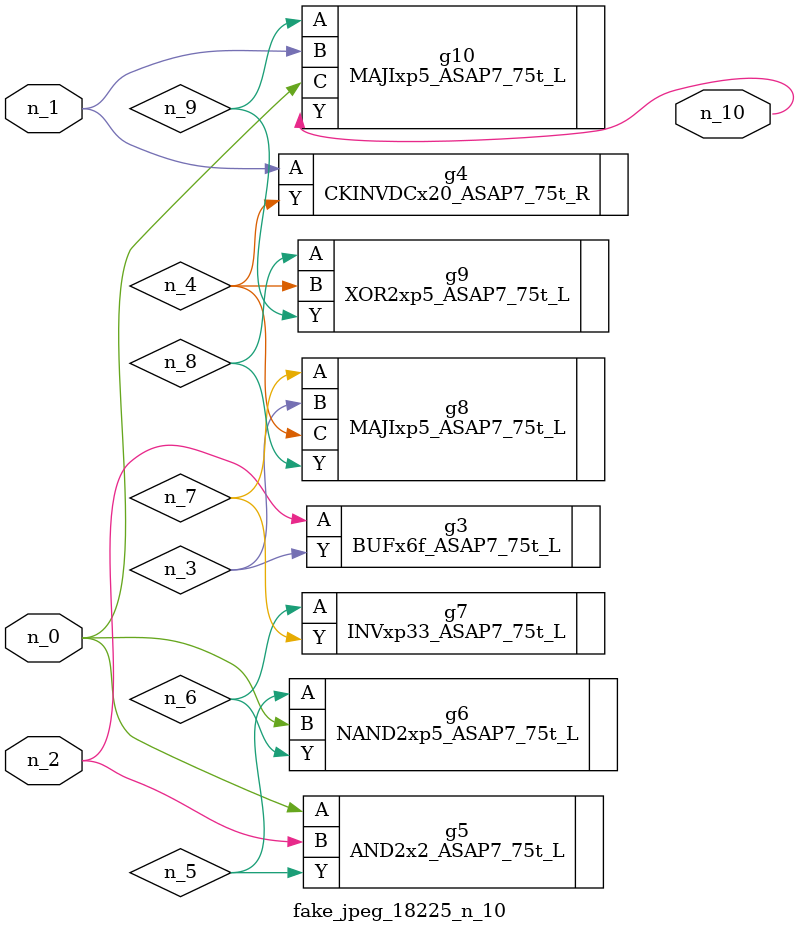
<source format=v>
module fake_jpeg_18225_n_10 (n_0, n_2, n_1, n_10);

input n_0;
input n_2;
input n_1;

output n_10;

wire n_3;
wire n_4;
wire n_8;
wire n_9;
wire n_6;
wire n_5;
wire n_7;

BUFx6f_ASAP7_75t_L g3 ( 
.A(n_2),
.Y(n_3)
);

CKINVDCx20_ASAP7_75t_R g4 ( 
.A(n_1),
.Y(n_4)
);

AND2x2_ASAP7_75t_L g5 ( 
.A(n_0),
.B(n_2),
.Y(n_5)
);

NAND2xp5_ASAP7_75t_L g6 ( 
.A(n_5),
.B(n_0),
.Y(n_6)
);

INVxp33_ASAP7_75t_L g7 ( 
.A(n_6),
.Y(n_7)
);

MAJIxp5_ASAP7_75t_L g8 ( 
.A(n_7),
.B(n_3),
.C(n_4),
.Y(n_8)
);

XOR2xp5_ASAP7_75t_L g9 ( 
.A(n_8),
.B(n_4),
.Y(n_9)
);

MAJIxp5_ASAP7_75t_L g10 ( 
.A(n_9),
.B(n_1),
.C(n_0),
.Y(n_10)
);


endmodule
</source>
